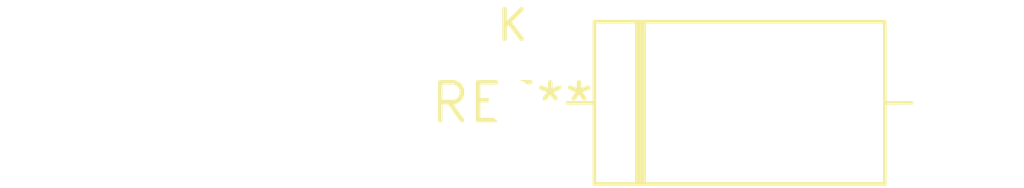
<source format=kicad_pcb>
(kicad_pcb (version 20240108) (generator pcbnew)
  (layers (0 "F.Cu" signal) (31 "B.Cu" signal) (34 "B.Paste" user) (35 "F.Paste" user) (36 "B.SilkS" user "B.Silkscreen") (37 "F.SilkS" user "F.Silkscreen") (38 "B.Mask" user) (39 "F.Mask" user) (44 "Edge.Cuts" user))
  (net 0 "")
  (footprint "D_DO-201AD_P15.24mm_Horizontal" (layer "F.Cu") (at 0 0)
    (property "Reference" "REF**")
    (property "Value" "D_DO-201AD_P15.24mm_Horizontal")
    (fp_line (start 1.84 0) (end 2.75 0) (layer "F.SilkS") (stroke (width 0.12)))
    (fp_line (start 2.75 -2.72) (end 2.75 2.72) (layer "F.SilkS") (stroke (width 0.12)))
    (fp_line (start 2.75 2.72) (end 12.49 2.72) (layer "F.SilkS") (stroke (width 0.12)))
    (fp_line (start 4.175 -2.72) (end 4.175 2.72) (layer "F.SilkS") (stroke (width 0.12)))
    (fp_line (start 4.295 -2.72) (end 4.295 2.72) (layer "F.SilkS") (stroke (width 0.12)))
    (fp_line (start 4.415 -2.72) (end 4.415 2.72) (layer "F.SilkS") (stroke (width 0.12)))
    (fp_line (start 12.49 -2.72) (end 2.75 -2.72) (layer "F.SilkS") (stroke (width 0.12)))
    (fp_line (start 12.49 2.72) (end 12.49 -2.72) (layer "F.SilkS") (stroke (width 0.12)))
    (fp_line (start 13.4 0) (end 12.49 0) (layer "F.SilkS") (stroke (width 0.12)))
    (fp_text user "K" (at 0 -2.6 0) (layer "F.SilkS"))
    (pad "1" thru_hole rect (at 0 0) (size 3.2 3.2) (drill 1.6) (layers *.Cu *.Mask) (remove_unused_layers))
    (pad "2" thru_hole oval (at 15.24 0) (size 3.2 3.2) (drill 1.6) (layers *.Cu *.Mask) (remove_unused_layers))
  )
)
</source>
